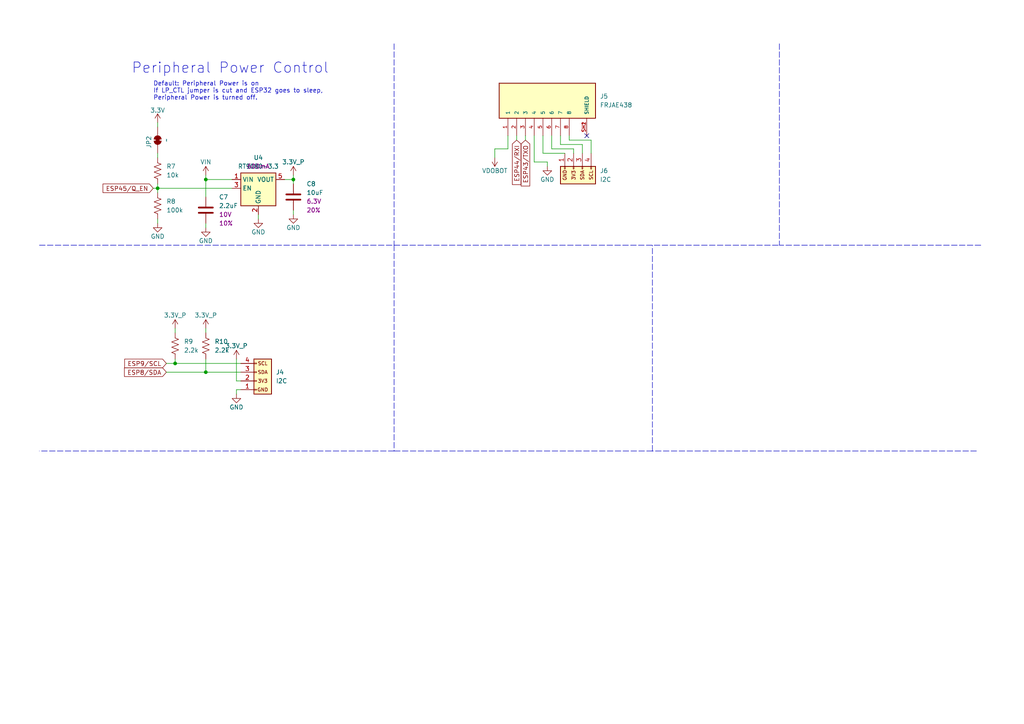
<source format=kicad_sch>
(kicad_sch (version 20250114) (generator "eeschema") (generator_version "9.0")
  (paper "A4")
  (title_block (title "SmartChessboard") (date "2025-08-15") (rev "0") (comment 3 "Released under CERN Open Hardware Licence Version 2") (comment 4 "Designed by: Alessandro Sabbadini"))
  (lib_symbols
    (symbol "FRJAE438:FRJAE438" (pin_names (offset 1.016))
      (property "Reference" "J" (at -5.08 15.24 0))
      (property "Value" "FRJAE438" (at -5.08 -17.78 0))
      (symbol "FRJAE438_0_0"
        (rectangle (start -5.08 -15.24) (end 5.08 12.7) (stroke (width 0.254)) (fill (type background)))
        (pin passive line (at -10.16 10.16 0) (length 5.08) (name "1") (number "1"))
        (pin passive line (at -10.16 7.62 0) (length 5.08) (name "2") (number "2"))
        (pin passive line (at -10.16 5.08 0) (length 5.08) (name "3") (number "3"))
        (pin passive line (at -10.16 2.54 0) (length 5.08) (name "4") (number "4"))
        (pin passive line (at -10.16 0 0) (length 5.08) (name "5") (number "5"))
        (pin passive line (at -10.16 -2.54 0) (length 5.08) (name "6") (number "6"))
        (pin passive line (at -10.16 -5.08 0) (length 5.08) (name "7") (number "7"))
        (pin passive line (at -10.16 -7.62 0) (length 5.08) (name "8") (number "8"))
        (pin passive line (at -10.16 -12.7 0) (length 5.08) (name "SHIELD") (number "SH1"))
        (pin passive line (at -10.16 -12.7 0) (length 5.08) (name "SHIELD") (number "SH2"))
      )
    )
    (symbol "SparkFun-Capacitor:10uF_0402_6.3V_20%" (pin_numbers (hide yes)) (pin_names (offset 0.254))
      (property "Reference" "C" (at 0.635 2.54 0))
      (property "Value" "10uF" (at 0.635 -2.54 0))
      (property "Voltage" "6.3V" (at 0 -6.35 0))
      (property "Tolerance" "20%" (at 0 -8.89 0))
      (symbol "10uF_0402_6.3V_20%_0_1"
        (polyline (pts (xy -2.032 0.762) (xy 2.032 0.762)) (stroke (width 0.508)))
        (polyline (pts (xy -2.032 -0.762) (xy 2.032 -0.762)) (stroke (width 0.508)))
      )
      (symbol "10uF_0402_6.3V_20%_1_1"
        (pin passive line (at 0 3.81 270) (length 2.794) (name "~") (number "1"))
        (pin passive line (at 0 -3.81 90) (length 2.794) (name "~") (number "2"))
      )
    )
    (symbol "SparkFun-Capacitor:2.2uF_0402_10V_10%" (pin_numbers (hide yes)) (pin_names (offset 0.254))
      (property "Reference" "C" (at 0.635 2.54 0))
      (property "Value" "2.2uF" (at 0.635 -2.54 0))
      (property "Voltage" "10V" (at 0 -6.35 0))
      (property "Tolerance" "10%" (at 0 -8.89 0))
      (symbol "2.2uF_0402_10V_10%_0_1"
        (polyline (pts (xy -2.032 0.762) (xy 2.032 0.762)) (stroke (width 0.508)))
        (polyline (pts (xy -2.032 -0.762) (xy 2.032 -0.762)) (stroke (width 0.508)))
      )
      (symbol "2.2uF_0402_10V_10%_1_1"
        (pin passive line (at 0 3.81 270) (length 2.794) (name "~") (number "1"))
        (pin passive line (at 0 -3.81 90) (length 2.794) (name "~") (number "2"))
      )
    )
    (symbol "SparkFun-Connector:I2C_01x04" (pin_names (offset 1.016) (hide yes))
      (property "Reference" "J" (at 0 5.08 0))
      (property "Value" "I2C" (at 0 -7.62 0))
      (symbol "I2C_01x04_1_1"
        (rectangle (start -1.27 3.81) (end 3.81 -6.35) (stroke (width 0.254)) (fill (type background)))
        (rectangle (start -1.27 2.667) (end -0.508 2.413) (stroke (width 0.1524)))
        (rectangle (start -1.27 0.127) (end -0.508 -0.127) (stroke (width 0.1524)))
        (rectangle (start -1.27 -2.413) (end -0.508 -2.667) (stroke (width 0.1524)))
        (rectangle (start -1.27 -4.953) (end -0.508 -5.207) (stroke (width 0.1524)))
        (text "SCL" (at 1.27 2.54 0) (effects (font (size 1 1))))
        (text "SDA" (at 1.27 0 0) (effects (font (size 1 1))))
        (text "3V3" (at 1.27 -2.54 0) (effects (font (size 1 1))))
        (text "GND" (at 1.27 -5.08 0) (effects (font (size 1 1))))
        (pin passive line (at -5.08 2.54 0) (length 3.81) (name "Pin_4") (number "4"))
        (pin passive line (at -5.08 0 0) (length 3.81) (name "Pin_3") (number "3"))
        (pin passive line (at -5.08 -2.54 0) (length 3.81) (name "Pin_2") (number "2"))
        (pin passive line (at -5.08 -5.08 0) (length 3.81) (name "Pin_1") (number "1"))
      )
    )
    (symbol "SparkFun-Jumper:SolderJumper_2_Bridged" (pin_numbers (hide yes)) (pin_names (offset 0) (hide yes))
      (property "Reference" "JP" (at 0 2.032 0))
      (property "Value" "~" (at 0 -2.54 0))
      (symbol "SolderJumper_2_Bridged_0_1"
        (rectangle (start -0.508 0.508) (end 0.508 -0.508) (fill (type outline)))
        (polyline (pts (xy -0.254 1.016) (xy -0.254 -1.016)))
        (arc (start -0.254 -1.016) (mid -1.2656 0) (end -0.254 1.016))
        (arc (start -0.254 -1.016) (mid -1.2656 0) (end -0.254 1.016) (fill (type outline)))
        (arc (start 0.254 1.016) (mid 1.2656 0) (end 0.254 -1.016))
        (arc (start 0.254 1.016) (mid 1.2656 0) (end 0.254 -1.016) (fill (type outline)))
        (polyline (pts (xy 0.254 1.016) (xy 0.254 -1.016)))
      )
      (symbol "SolderJumper_2_Bridged_1_1"
        (pin passive line (at -3.81 0 0) (length 2.54) (name "A") (number "1"))
        (pin passive line (at 3.81 0 180) (length 2.54) (name "B") (number "2"))
      )
    )
    (symbol "SparkFun-PowerSymbol:3.3V" (power) (pin_names (offset 0))
      (property "Value" "3.3V" (at 0 3.81 0))
      (symbol "3.3V_0_1"
        (polyline (pts (xy -0.762 1.27) (xy 0 2.54)))
        (polyline (pts (xy 0 2.54) (xy 0.762 1.27)))
        (polyline (pts (xy 0 0) (xy 0 2.54)))
      )
      (symbol "3.3V_1_1"
        (pin power_in line (at 0 0 90) (length 0) (hide yes) (name "3.3V") (number "1"))
      )
    )
    (symbol "SparkFun-PowerSymbol:3.3V_P" (power) (pin_names (offset 0))
      (property "Value" "3.3V_P" (at 0 3.81 0))
      (symbol "3.3V_P_0_1"
        (polyline (pts (xy 0 2.54) (xy 0.762 1.27)))
        (polyline (pts (xy 0 0) (xy 0 2.54)))
      )
      (symbol "3.3V_P_1_1"
        (polyline (pts (xy -0.762 1.27) (xy 0 2.54)))
        (pin power_in line (at 0 0 90) (length 0) (hide yes) (name "3.3V_P") (number "1"))
      )
    )
    (symbol "SparkFun-PowerSymbol:GND" (power) (pin_names (offset 0))
      (property "Value" "GND" (at 0 -3.81 0))
      (symbol "GND_0_1"
        (polyline (pts (xy 0 0) (xy 0 -1.27) (xy 1.27 -1.27) (xy 0 -2.54) (xy -1.27 -1.27) (xy 0 -1.27)))
      )
      (symbol "GND_1_1"
        (pin power_in line (at 0 0 270) (length 0) (hide yes) (name "GND") (number "1"))
      )
    )
    (symbol "SparkFun-PowerSymbol:VBATT" (power) (pin_names (offset 0))
      (property "Value" "VBATT" (at 0 3.81 0))
      (symbol "VBATT_0_1"
        (polyline (pts (xy -0.762 1.27) (xy 0 2.54)))
        (polyline (pts (xy 0 2.54) (xy 0.762 1.27)))
        (polyline (pts (xy 0 0) (xy 0 2.54)))
      )
      (symbol "VBATT_1_1"
        (pin power_in line (at 0 0 90) (length 0) (hide yes) (name "VBATT") (number "1"))
      )
    )
    (symbol "SparkFun-PowerSymbol:VIN" (power) (pin_names (offset 0))
      (property "Value" "VIN" (at 0 3.81 0))
      (symbol "VIN_0_1"
        (polyline (pts (xy -0.762 1.27) (xy 0 2.54)))
        (polyline (pts (xy 0 2.54) (xy 0.762 1.27)))
        (polyline (pts (xy 0 0) (xy 0 2.54)))
      )
      (symbol "VIN_1_1"
        (pin power_in line (at 0 0 90) (length 0) (hide yes) (name "VIN") (number "1"))
      )
    )
    (symbol "SparkFun-Regulator:RT9080-3.3"
      (property "Reference" "U3" (at 0 13.97 0))
      (property "Value" "RT9080-3.3" (at 0 11.43 0))
      (property "VMax" "5.5V" (at 0 8.89 0) (show_name))
      (property "IMax" "600mA" (at 0 6.35 0) (show_name))
      (symbol "RT9080-3.3_1_1"
        (rectangle (start -5.08 4.445) (end 5.08 -5.08) (stroke (width 0.254)) (fill (type background)))
        (pin power_in line (at -7.62 2.54 0) (length 2.54) (name "VIN") (number "1"))
        (pin input line (at -7.62 0 0) (length 2.54) (name "EN") (number "3"))
        (pin power_in line (at 0 -7.62 90) (length 2.54) (name "GND") (number "2"))
        (pin no_connect line (at 5.08 0 180) (length 2.54) (hide yes) (name "NC") (number "4"))
        (pin power_out line (at 7.62 2.54 180) (length 2.54) (name "VOUT") (number "5"))
      )
    )
    (symbol "SparkFun-Resistor:100k_0402" (pin_numbers (hide yes)) (pin_names (offset 0))
      (property "Reference" "R" (at 0 -2.54 0))
      (property "Value" "100k" (at 0 2.54 0))
      (symbol "100k_0402_0_1"
        (polyline (pts (xy -2.286 0) (xy -2.54 0)))
        (polyline (pts (xy -0.762 0) (xy -1.143 -1.016) (xy -1.524 0) (xy -1.905 1.016) (xy -2.286 0)))
        (polyline (pts (xy 0.762 0) (xy 0.381 -1.016) (xy 0 0) (xy -0.381 1.016) (xy -0.762 0)))
        (polyline (pts (xy 2.286 0) (xy 2.54 0)))
        (polyline (pts (xy 2.286 0) (xy 1.905 -1.016) (xy 1.524 0) (xy 1.143 1.016) (xy 0.762 0)))
      )
      (symbol "100k_0402_1_1"
        (pin passive line (at -3.81 0 0) (length 1.27) (name "~") (number "2"))
        (pin passive line (at 3.81 0 180) (length 1.27) (name "~") (number "1"))
      )
    )
    (symbol "SparkFun-Resistor:10k_0402" (pin_numbers (hide yes)) (pin_names (offset 0))
      (property "Reference" "R" (at 0 -2.54 0))
      (property "Value" "10k" (at 0 2.54 0))
      (symbol "10k_0402_0_1"
        (polyline (pts (xy -2.286 0) (xy -2.54 0)))
        (polyline (pts (xy -0.762 0) (xy -1.143 -1.016) (xy -1.524 0) (xy -1.905 1.016) (xy -2.286 0)))
        (polyline (pts (xy 0.762 0) (xy 0.381 -1.016) (xy 0 0) (xy -0.381 1.016) (xy -0.762 0)))
        (polyline (pts (xy 2.286 0) (xy 2.54 0)))
        (polyline (pts (xy 2.286 0) (xy 1.905 -1.016) (xy 1.524 0) (xy 1.143 1.016) (xy 0.762 0)))
      )
      (symbol "10k_0402_1_1"
        (pin passive line (at -3.81 0 0) (length 1.27) (name "~") (number "2"))
        (pin passive line (at 3.81 0 180) (length 1.27) (name "~") (number "1"))
      )
    )
    (symbol "SparkFun-Resistor:2.2k_0402" (pin_numbers (hide yes)) (pin_names (offset 0))
      (property "Reference" "R" (at 0 -2.54 0))
      (property "Value" "2.2k" (at 0 2.54 0))
      (symbol "2.2k_0402_0_1"
        (polyline (pts (xy -2.286 0) (xy -2.54 0)))
        (polyline (pts (xy -0.762 0) (xy -1.143 -1.016) (xy -1.524 0) (xy -1.905 1.016) (xy -2.286 0)))
        (polyline (pts (xy 0.762 0) (xy 0.381 -1.016) (xy 0 0) (xy -0.381 1.016) (xy -0.762 0)))
        (polyline (pts (xy 2.286 0) (xy 2.54 0)))
        (polyline (pts (xy 2.286 0) (xy 1.905 -1.016) (xy 1.524 0) (xy 1.143 1.016) (xy 0.762 0)))
      )
      (symbol "2.2k_0402_1_1"
        (pin passive line (at -3.81 0 0) (length 1.27) (name "~") (number "2"))
        (pin passive line (at 3.81 0 180) (length 1.27) (name "~") (number "1"))
      )
    )
  )
  (text "Peripheral Power Control" (at 38.1 21.59 0) (effects (font (size 3 3)) (justify left bottom)))
  (text "Default: Peripheral Power is on\nIf LP_CTL jumper is cut and ESP32 goes to sleep, \nPeripheral Power is turned off." (at 44.45 29.21 0) (effects (font (size 1.27 1.27)) (justify left bottom)))
  (junction (at 45.72 54.61))
  (junction (at 50.8 105.41))
  (junction (at 59.69 107.95))
  (junction (at 85.09 52.07))
  (junction (at 59.69 52.07))
  (no_connect (at 170.18 39.37))
  (wire (pts (xy 44.45 54.61) (xy 45.72 54.61)))
  (wire (pts (xy 166.37 43.18) (xy 166.37 44.45)))
  (polyline (pts (xy 114.3 71.12) (xy 114.3 130.81)) (stroke (width 0) (type dash)))
  (wire (pts (xy 68.58 104.14) (xy 68.58 110.49)))
  (wire (pts (xy 143.51 43.18) (xy 143.51 45.72)))
  (wire (pts (xy 85.09 60.96) (xy 85.09 62.23)))
  (wire (pts (xy 160.02 39.37) (xy 160.02 43.18)))
  (polyline (pts (xy 189.23 130.81) (xy 114.3 130.81)) (stroke (width 0) (type dash)))
  (wire (pts (xy 48.26 107.95) (xy 59.69 107.95)))
  (wire (pts (xy 45.72 44.45) (xy 45.72 45.72)))
  (wire (pts (xy 69.85 113.03) (xy 68.58 113.03)))
  (wire (pts (xy 45.72 64.77) (xy 45.72 63.5)))
  (wire (pts (xy 85.09 50.8) (xy 85.09 52.07)))
  (wire (pts (xy 143.51 43.18) (xy 147.32 43.18)))
  (wire (pts (xy 45.72 54.61) (xy 67.31 54.61)))
  (wire (pts (xy 59.69 107.95) (xy 69.85 107.95)))
  (wire (pts (xy 50.8 104.14) (xy 50.8 105.41)))
  (wire (pts (xy 165.1 40.64) (xy 171.45 40.64)))
  (polyline (pts (xy 114.3 12.7) (xy 114.3 71.12)) (stroke (width 0) (type dash)))
  (polyline (pts (xy 284.48 71.12) (xy 226.06 71.12)) (stroke (width 0) (type dash)))
  (wire (pts (xy 162.56 41.91) (xy 168.91 41.91)))
  (wire (pts (xy 45.72 53.34) (xy 45.72 54.61)))
  (wire (pts (xy 157.48 39.37) (xy 157.48 44.45)))
  (polyline (pts (xy 114.3 130.81) (xy 11.43 130.81)) (stroke (width 0) (type dash)))
  (wire (pts (xy 45.72 36.83) (xy 45.72 35.56)))
  (polyline (pts (xy 11.43 71.12) (xy 226.06 71.12)) (stroke (width 0) (type dash)))
  (wire (pts (xy 59.69 104.14) (xy 59.69 107.95)))
  (wire (pts (xy 160.02 43.18) (xy 166.37 43.18)))
  (wire (pts (xy 68.58 113.03) (xy 68.58 114.3)))
  (wire (pts (xy 59.69 95.25) (xy 59.69 96.52)))
  (wire (pts (xy 45.72 54.61) (xy 45.72 55.88)))
  (wire (pts (xy 154.94 39.37) (xy 154.94 46.99)))
  (wire (pts (xy 162.56 39.37) (xy 162.56 41.91)))
  (polyline (pts (xy 189.23 130.81) (xy 189.23 71.12)) (stroke (width 0) (type dash)))
  (wire (pts (xy 149.86 39.37) (xy 149.86 40.64)))
  (wire (pts (xy 158.75 46.99) (xy 158.75 48.26)))
  (wire (pts (xy 74.93 62.23) (xy 74.93 63.5)))
  (wire (pts (xy 50.8 95.25) (xy 50.8 96.52)))
  (wire (pts (xy 154.94 46.99) (xy 158.75 46.99)))
  (wire (pts (xy 59.69 50.8) (xy 59.69 52.07)))
  (polyline (pts (xy 226.06 12.7) (xy 226.06 71.12)) (stroke (width 0) (type dash)))
  (wire (pts (xy 85.09 52.07) (xy 85.09 53.34)))
  (wire (pts (xy 157.48 44.45) (xy 163.83 44.45)))
  (wire (pts (xy 48.26 105.41) (xy 50.8 105.41)))
  (wire (pts (xy 152.4 39.37) (xy 152.4 40.64)))
  (polyline (pts (xy 283.21 130.81) (xy 189.23 130.81)) (stroke (width 0) (type dash)))
  (wire (pts (xy 50.8 105.41) (xy 69.85 105.41)))
  (wire (pts (xy 168.91 41.91) (xy 168.91 44.45)))
  (wire (pts (xy 59.69 52.07) (xy 59.69 57.15)))
  (wire (pts (xy 82.55 52.07) (xy 85.09 52.07)))
  (wire (pts (xy 59.69 66.04) (xy 59.69 64.77)))
  (wire (pts (xy 147.32 43.18) (xy 147.32 39.37)))
  (wire (pts (xy 171.45 40.64) (xy 171.45 44.45)))
  (wire (pts (xy 165.1 39.37) (xy 165.1 40.64)))
  (wire (pts (xy 68.58 110.49) (xy 69.85 110.49)))
  (wire (pts (xy 59.69 52.07) (xy 67.31 52.07)))
  (global_label "ESP45{slash}Q_EN" (shape input) (at 44.45 54.61 180) (property "Intersheetrefs" "${INTERSHEET_REFS}" (effects (hide yes))))
  (global_label "ESP44{slash}RXI" (shape input) (at 149.86 40.64 270) (property "Intersheetrefs" "${INTERSHEET_REFS}" (effects (hide yes))))
  (global_label "ESP9{slash}SCL" (shape input) (at 48.26 105.41 180) (property "Intersheetrefs" "${INTERSHEET_REFS}" (effects (hide yes))))
  (global_label "ESP8{slash}SDA" (shape input) (at 48.26 107.95 180) (property "Intersheetrefs" "${INTERSHEET_REFS}" (effects (hide yes))))
  (global_label "ESP43{slash}TXO" (shape input) (at 152.4 40.64 270) (property "Intersheetrefs" "${INTERSHEET_REFS}" (effects (hide yes))))
  (symbol (lib_id "SparkFun-Connector:I2C_01x04") (at 74.93 107.95 0) (unit 1)
    (property "Reference" "J4" (at 80.01 107.9499 0) (effects (justify left)))
    (property "Value" "I2C" (at 80.01 110.4899 0) (effects (justify left)))
    (property "Footprint" "SparkFun-Connector:1x04" (effects (hide yes)))
    (property "Description" "Common 4 pin PTH connector for I2C" (effects (hide yes)))
  )
  (symbol (lib_id "SparkFun-PowerSymbol:GND") (at 59.69 66.04 0) (unit 1)
    (property "Reference" "#PWR040" (effects (hide yes)))
    (property "Value" "GND" (at 59.69 69.85 0))
    (property "Description" "Power symbol creates a global label with name \"GND\" , ground" (effects (hide yes)))
  )
  (symbol (lib_id "SparkFun-PowerSymbol:GND") (at 68.58 114.3 0) (unit 1)
    (property "Reference" "#PWR043" (effects (hide yes)))
    (property "Value" "GND" (at 68.58 118.11 0))
    (property "Description" "Power symbol creates a global label with name \"GND\" , ground" (effects (hide yes)))
  )
  (symbol (lib_id "SparkFun-Jumper:SolderJumper_2_Bridged") (at 45.72 40.64 90) (unit 1)
    (property "Reference" "JP2" (at 43.18 39.37 0) (effects (justify right)))
    (property "Value" "~" (at 48.26 40.64 0))
    (property "Footprint" "SparkFun-Jumper:Jumper_2_NC_Trace" (effects (hide yes)))
    (property "Description" "Solder Jumper, 2-pole, closed/bridged" (effects (hide yes)))
  )
  (symbol (lib_id "SparkFun-Resistor:2.2k_0402") (at 59.69 100.33 90) (unit 1)
    (property "Reference" "R10" (at 62.23 99.06 90) (effects (justify right)))
    (property "Value" "2.2k" (at 62.23 101.6 90) (effects (justify right)))
    (property "Footprint" "SparkFun-Resistor:R_0402_1005Metric" (effects (hide yes)))
    (property "Datasheet" "https://www.vishay.com/docs/20035/dcrcwe3.pdf" (effects (hide yes)))
    (property "Description" "Resistor" (effects (hide yes)))
    (property "PROD_ID" "RES-14341" (effects (hide yes)))
  )
  (symbol (lib_id "SparkFun-Resistor:10k_0402") (at 45.72 49.53 90) (unit 1)
    (property "Reference" "R7" (at 48.26 48.26 90) (effects (justify right)))
    (property "Value" "10k" (at 48.26 50.8 90) (effects (justify right)))
    (property "Footprint" "SparkFun-Resistor:R_0402_1005Metric" (effects (hide yes)))
    (property "Datasheet" "https://www.vishay.com/docs/20035/dcrcwe3.pdf" (effects (hide yes)))
    (property "Description" "Resistor" (effects (hide yes)))
    (property "PROD_ID" "RES-14241" (effects (hide yes)))
  )
  (symbol (lib_id "SparkFun-Capacitor:10uF_0402_6.3V_20%") (at 85.09 57.15 0) (unit 1)
    (property "Reference" "C8" (at 88.9 53.34 0) (effects (justify left)))
    (property "Value" "10uF" (at 88.9 55.88 0) (effects (justify left)))
    (property "Footprint" "SparkFun-Capacitor:C_0402_1005Metric" (effects (hide yes)))
    (property "Datasheet" "https://cdn.sparkfun.com/assets/8/a/4/a/5/Kemet_Capacitor_Datasheet.pdf" (effects (hide yes)))
    (property "Description" "Unpolarized capacitor" (effects (hide yes)))
    (property "PROD_ID" "CAP-14848" (effects (hide yes)))
    (property "Voltage" "6.3V" (at 88.9 58.42 0) (effects (justify left)))
    (property "Tolerance" "20%" (at 88.9 60.96 0) (effects (justify left)))
  )
  (symbol (lib_id "SparkFun-Resistor:100k_0402") (at 45.72 59.69 90) (unit 1)
    (property "Reference" "R8" (at 48.26 58.42 90) (effects (justify right)))
    (property "Value" "100k" (at 48.26 60.96 90) (effects (justify right)))
    (property "Footprint" "SparkFun-Resistor:R_0402_1005Metric" (effects (hide yes)))
    (property "Datasheet" "https://www.vishay.com/docs/20035/dcrcwe3.pdf" (effects (hide yes)))
    (property "Description" "Resistor" (effects (hide yes)))
    (property "PROD_ID" "RES-13495" (effects (hide yes)))
  )
  (symbol (lib_id "SparkFun-PowerSymbol:GND") (at 85.09 62.23 0) (unit 1)
    (property "Reference" "#PWR046" (effects (hide yes)))
    (property "Value" "GND" (at 85.09 66.04 0))
    (property "Description" "Power symbol creates a global label with name \"GND\" , ground" (effects (hide yes)))
  )
  (symbol (lib_id "SparkFun-Regulator:RT9080-3.3") (at 74.93 54.61 0) (unit 1)
    (property "Reference" "U4" (at 74.93 45.72 0))
    (property "Value" "RT9080-3.3" (at 74.93 48.26 0))
    (property "Footprint" "SparkFun-Semiconductor-Standard:SOT23-5" (effects (hide yes)))
    (property "Datasheet" "https://www.richtek.com/SaveDownload.aspx?specid=RT9080" (effects (hide yes)))
    (property "Description" "600mA low dropout linear regulator, with enable pin, 3.8V-6V input voltage range, 3.3V fixed positive output, SOT-23-5" (effects (hide yes)))
    (property "PROD_ID" "VREG-19034" (effects (hide yes)))
    (property "VMax" "5.5V" (effects (hide yes)))
    (property "Imax" "600mA" (effects (hide yes)))
    (property "Iq" "4µA" (effects (hide yes)))
    (property "IMax" "600mA" (at 74.93 48.26 0))
  )
  (symbol (lib_id "SparkFun-Capacitor:2.2uF_0402_10V_10%") (at 59.69 60.96 0) (unit 1)
    (property "Reference" "C7" (at 63.5 57.15 0) (effects (justify left)))
    (property "Value" "2.2uF" (at 63.5 59.69 0) (effects (justify left)))
    (property "Footprint" "SparkFun-Capacitor:C_0402_1005Metric" (effects (hide yes)))
    (property "Datasheet" "https://cdn.sparkfun.com/assets/8/a/4/a/5/Kemet_Capacitor_Datasheet.pdf" (effects (hide yes)))
    (property "Description" "Unpolarized capacitor" (effects (hide yes)))
    (property "PROD_ID" "CAP-14232" (effects (hide yes)))
    (property "Voltage" "10V" (at 63.5 62.23 0) (effects (justify left)))
    (property "Tolerance" "10%" (at 63.5 64.77 0) (effects (justify left)))
  )
  (symbol (lib_id "SparkFun-PowerSymbol:3.3V_P") (at 85.09 50.8 0) (unit 1)
    (property "Reference" "#PWR045" (effects (hide yes)))
    (property "Value" "3.3V_P" (at 85.09 46.99 0))
    (property "Description" "Power symbol creates a global label with name \"3.3V_P\"" (effects (hide yes)))
  )
  (symbol (lib_id "SparkFun-PowerSymbol:GND") (at 158.75 48.26 0) (unit 1)
    (property "Reference" "#PWR048" (effects (hide yes)))
    (property "Value" "GND" (at 158.75 52.07 0))
    (property "Description" "Power symbol creates a global label with name \"GND\" , ground" (effects (hide yes)))
  )
  (symbol (lib_id "SparkFun-PowerSymbol:VIN") (at 59.69 50.8 0) (unit 1)
    (property "Reference" "#PWR039" (effects (hide yes)))
    (property "Value" "VIN" (at 59.69 46.99 0))
    (property "Description" "Power symbol creates a global label with name \"VIN\"" (effects (hide yes)))
  )
  (symbol (lib_id "SparkFun-Connector:I2C_01x04") (at 168.91 49.53 270) (unit 1)
    (property "Reference" "J6" (at 173.99 49.5299 90) (effects (justify left)))
    (property "Value" "I2C" (at 173.99 52.0699 90) (effects (justify left)))
    (property "Footprint" "SparkFun-Connector:1x04" (effects (hide yes)))
    (property "Description" "Common 4 pin PTH connector for I2C" (effects (hide yes)))
  )
  (symbol (lib_id "SparkFun-PowerSymbol:GND") (at 74.93 63.5 0) (unit 1)
    (property "Reference" "#PWR044" (effects (hide yes)))
    (property "Value" "GND" (at 74.93 67.31 0))
    (property "Description" "Power symbol creates a global label with name \"GND\" , ground" (effects (hide yes)))
  )
  (symbol (lib_id "SparkFun-PowerSymbol:3.3V_P") (at 59.69 95.25 0) (unit 1)
    (property "Reference" "#PWR041" (effects (hide yes)))
    (property "Value" "3.3V_P" (at 59.69 91.44 0))
    (property "Description" "Power symbol creates a global label with name \"3.3V_P\"" (effects (hide yes)))
  )
  (symbol (lib_id "FRJAE438:FRJAE438") (at 157.48 29.21 90) (unit 1)
    (property "Reference" "J5" (at 173.99 27.9399 90) (effects (justify right)))
    (property "Value" "FRJAE438" (at 173.99 30.4799 90) (effects (justify right)))
    (property "Footprint" "FRJAE438:AMPHENOL_FRJAE438" (effects (hide yes)))
    (property "MF" "Amphenol" (effects (hide yes)))
    (property "MAXIMUM_PACKAGE_HEIGHT" "12.95mm" (effects (hide yes)))
    (property "Package" "None" (effects (hide yes)))
    (property "Price" "None" (effects (hide yes)))
    (property "Check_prices" "https://www.snapeda.com/parts/FRJAE-438/Amphenol/view-part/?ref=eda" (effects (hide yes)))
    (property "STANDARD" "Manufacturer Recommendations" (effects (hide yes)))
    (property "PARTREV" "B" (effects (hide yes)))
    (property "SnapEDA_Link" "https://www.snapeda.com/parts/FRJAE-438/Amphenol/view-part/?ref=snap" (effects (hide yes)))
    (property "MP" "FRJAE-438" (effects (hide yes)))
    (property "Description_1" "connector,modular jack,rj45 with front tab shield without filter,8 contact | Amphenol Commercial (Amphenol CS) FRJAE-438" (effects (hide yes)))
    (property "Availability" "In Stock" (effects (hide yes)))
    (property "MANUFACTURER" "Amphenol" (effects (hide yes)))
  )
  (symbol (lib_id "SparkFun-PowerSymbol:3.3V_P") (at 50.8 95.25 0) (unit 1)
    (property "Reference" "#PWR038" (effects (hide yes)))
    (property "Value" "3.3V_P" (at 50.8 91.44 0))
    (property "Description" "Power symbol creates a global label with name \"3.3V_P\"" (effects (hide yes)))
  )
  (symbol (lib_id "SparkFun-PowerSymbol:3.3V") (at 45.72 35.56 0) (unit 1)
    (property "Reference" "#PWR036" (effects (hide yes)))
    (property "Value" "3.3V" (at 45.72 32.004 0))
    (property "Description" "Power symbol creates a global label with name \"3.3V\"" (effects (hide yes)))
  )
  (symbol (lib_id "SparkFun-PowerSymbol:3.3V_P") (at 68.58 104.14 0) (unit 1)
    (property "Reference" "#PWR042" (effects (hide yes)))
    (property "Value" "3.3V_P" (at 68.58 100.33 0))
    (property "Description" "Power symbol creates a global label with name \"3.3V_P\"" (effects (hide yes)))
  )
  (symbol (lib_id "SparkFun-Resistor:2.2k_0402") (at 50.8 100.33 90) (unit 1)
    (property "Reference" "R9" (at 53.34 99.06 90) (effects (justify right)))
    (property "Value" "2.2k" (at 53.34 101.6 90) (effects (justify right)))
    (property "Footprint" "SparkFun-Resistor:R_0402_1005Metric" (effects (hide yes)))
    (property "Datasheet" "https://www.vishay.com/docs/20035/dcrcwe3.pdf" (effects (hide yes)))
    (property "Description" "Resistor" (effects (hide yes)))
    (property "PROD_ID" "RES-14341" (effects (hide yes)))
  )
  (symbol (lib_id "SparkFun-PowerSymbol:GND") (at 45.72 64.77 0) (unit 1)
    (property "Reference" "#PWR037" (effects (hide yes)))
    (property "Value" "GND" (at 45.72 68.58 0))
    (property "Description" "Power symbol creates a global label with name \"GND\" , ground" (effects (hide yes)))
  )
  (symbol (lib_id "SparkFun-PowerSymbol:VBATT") (at 143.51 45.72 180) (unit 1)
    (property "Reference" "#PWR047" (effects (hide yes)))
    (property "Value" "VDOBOT" (at 143.51 49.53 0))
    (property "Description" "Power symbol creates a global label with name \"VBATT\"" (effects (hide yes)))
  )
)
</source>
